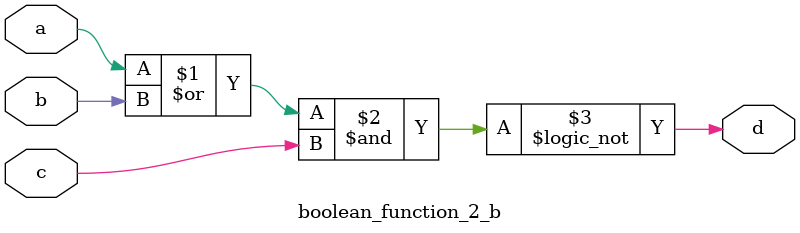
<source format=v>
`timescale 1ns / 1ps

module boolean_function_2_b(
    input a,b,c, output d
    );
    assign d = !((a|b)&c);
endmodule

</source>
